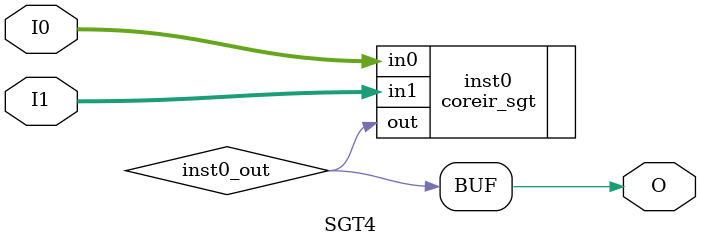
<source format=v>
module SGT4 (input [3:0] I0, input [3:0] I1, output  O);
wire  inst0_out;
coreir_sgt inst0 (.in0(I0), .in1(I1), .out(inst0_out));
assign O = inst0_out;
endmodule


</source>
